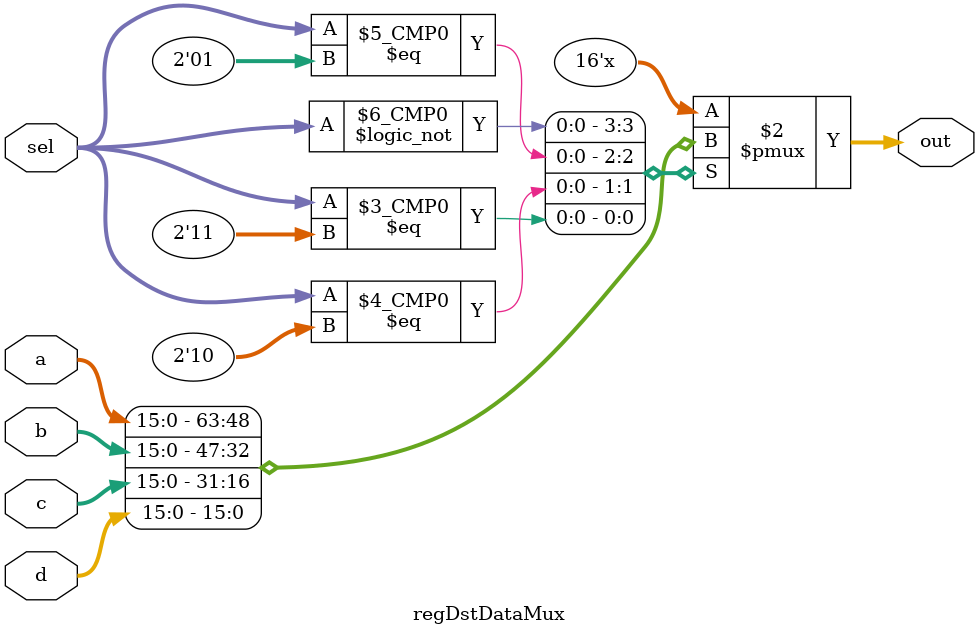
<source format=v>
/* 4 to 1 multiplexer module (regDstDataMux.v) outputs the corresponding signal based on the selection signal received. 
*/
module regDstDataMux(a, b, c, d, out, sel);
	input [15:0] a;
	input [15:0] b;
	input [15:0] c;
	input [15:0] d;
	input [1:0] sel;

	output [15:0] out;
	reg [15:0] out;
	always @ (sel or a or b or c or d)
	begin
		case(sel)
			0: out = a;
			1: out = b;
			2: out = c;
			3: out = d;
			`ifdef DEBUG
				default: $display("Debug msg: there was an error triggered in the program.");
			`endif
		endcase
	end
endmodule

</source>
